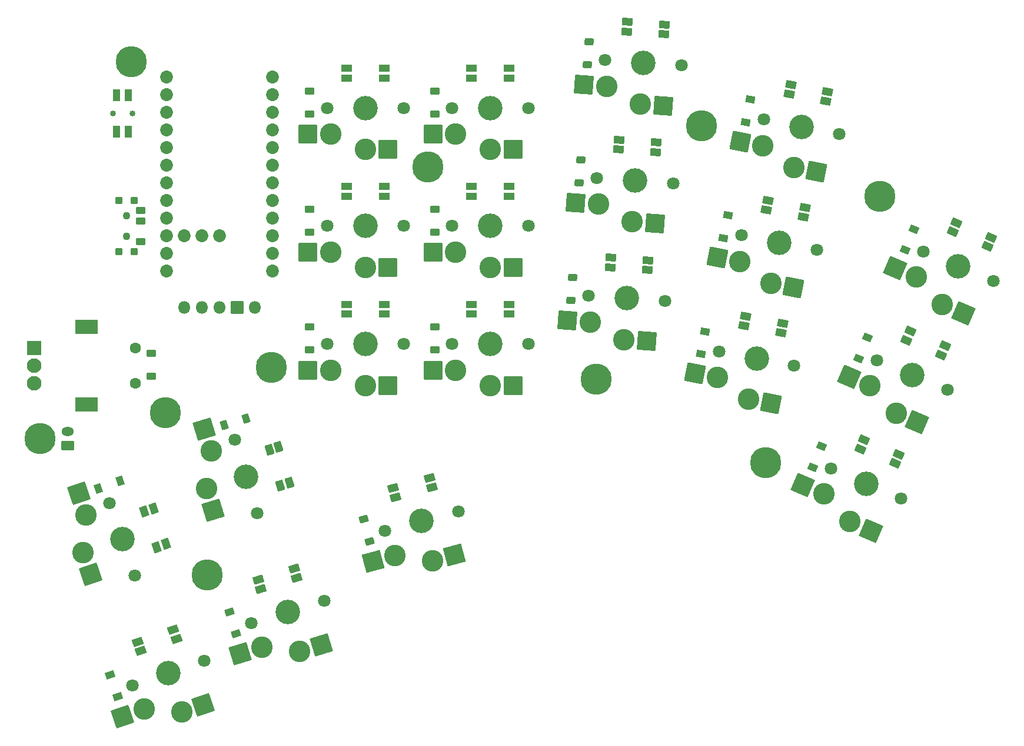
<source format=gbr>
%TF.GenerationSoftware,KiCad,Pcbnew,9.0.5*%
%TF.CreationDate,2025-11-08T17:14:02+10:00*%
%TF.ProjectId,badWingsRight,62616457-696e-4677-9352-696768742e6b,v1.0.0*%
%TF.SameCoordinates,Original*%
%TF.FileFunction,Soldermask,Bot*%
%TF.FilePolarity,Negative*%
%FSLAX46Y46*%
G04 Gerber Fmt 4.6, Leading zero omitted, Abs format (unit mm)*
G04 Created by KiCad (PCBNEW 9.0.5) date 2025-11-08 17:14:02*
%MOMM*%
%LPD*%
G01*
G04 APERTURE LIST*
G04 Aperture macros list*
%AMRoundRect*
0 Rectangle with rounded corners*
0 $1 Rounding radius*
0 $2 $3 $4 $5 $6 $7 $8 $9 X,Y pos of 4 corners*
0 Add a 4 corners polygon primitive as box body*
4,1,4,$2,$3,$4,$5,$6,$7,$8,$9,$2,$3,0*
0 Add four circle primitives for the rounded corners*
1,1,$1+$1,$2,$3*
1,1,$1+$1,$4,$5*
1,1,$1+$1,$6,$7*
1,1,$1+$1,$8,$9*
0 Add four rect primitives between the rounded corners*
20,1,$1+$1,$2,$3,$4,$5,0*
20,1,$1+$1,$4,$5,$6,$7,0*
20,1,$1+$1,$6,$7,$8,$9,0*
20,1,$1+$1,$8,$9,$2,$3,0*%
G04 Aperture macros list end*
%ADD10RoundRect,0.050000X0.450000X-0.450000X0.450000X0.450000X-0.450000X0.450000X-0.450000X-0.450000X0*%
%ADD11C,1.100000*%
%ADD12RoundRect,0.050000X0.625000X-0.450000X0.625000X0.450000X-0.625000X0.450000X-0.625000X-0.450000X0*%
%ADD13C,1.801800*%
%ADD14C,3.529000*%
%ADD15C,3.100000*%
%ADD16RoundRect,0.050000X1.387517X1.206150X-1.206150X1.387517X-1.387517X-1.206150X1.206150X-1.387517X0*%
%ADD17RoundRect,0.050000X1.300000X1.300000X-1.300000X1.300000X-1.300000X-1.300000X1.300000X-1.300000X0*%
%ADD18C,0.800000*%
%ADD19C,4.500000*%
%ADD20C,0.850000*%
%ADD21RoundRect,0.050000X0.500000X-0.775000X0.500000X0.775000X-0.500000X0.775000X-0.500000X-0.775000X0*%
%ADD22RoundRect,0.050000X1.704607X0.688706X-0.688706X1.704607X-1.704607X-0.688706X0.688706X-1.704607X0*%
%ADD23RoundRect,0.050000X1.524167X1.028064X-1.028064X1.524167X-1.524167X-1.028064X1.028064X-1.524167X0*%
%ADD24RoundRect,0.050000X0.863113X1.623279X-1.623279X0.863113X-0.863113X-1.623279X1.623279X-0.863113X0*%
%ADD25RoundRect,0.050000X0.919239X1.592168X-1.592168X0.919239X-0.919239X-1.592168X1.592168X-0.919239X0*%
%ADD26RoundRect,0.050000X-1.600000X-1.000000X1.600000X-1.000000X1.600000X1.000000X-1.600000X1.000000X0*%
%ADD27C,1.600000*%
%ADD28RoundRect,0.050000X-1.000000X-1.000000X1.000000X-1.000000X1.000000X1.000000X-1.000000X1.000000X0*%
%ADD29C,2.100000*%
%ADD30RoundRect,0.050000X1.652413X-0.805936X0.805936X1.652413X-1.652413X0.805936X-0.805936X-1.652413X0*%
%ADD31RoundRect,0.050000X1.623279X-0.863113X0.863113X1.623279X-1.623279X0.863113X-0.863113X-1.623279X0*%
%ADD32RoundRect,0.050000X0.850000X-0.600000X0.850000X0.600000X-0.850000X0.600000X-0.850000X-0.600000X0*%
%ADD33O,1.800000X1.300000*%
%ADD34O,1.800000X1.800000*%
%ADD35RoundRect,0.050000X-0.850000X-0.850000X0.850000X-0.850000X0.850000X0.850000X-0.850000X0.850000X0*%
%ADD36RoundRect,0.050000X0.805936X1.652413X-1.652413X0.805936X-0.805936X-1.652413X1.652413X-0.805936X0*%
%ADD37RoundRect,0.050000X-0.782544X-0.357247X0.591735X-0.624380X0.782544X0.357247X-0.591735X0.624380X0*%
%ADD38RoundRect,0.050000X-0.499079X-0.700657X0.824647X-0.244862X0.499079X0.700657X-0.824647X0.244862X0*%
%ADD39RoundRect,0.050000X-0.600000X0.450000X-0.600000X-0.450000X0.600000X-0.450000X0.600000X0.450000X0*%
%ADD40RoundRect,0.050000X-0.713817X0.230142X-0.420805X-0.620824X0.713817X-0.230142X0.420805X0.620824X0*%
%ADD41RoundRect,0.050000X-0.839719X-0.186741X0.448988X-0.733764X0.839719X0.186741X-0.448988X0.733764X0*%
%ADD42RoundRect,0.050000X-0.546739X-0.664136X0.805558X-0.301790X0.546739X0.664136X-0.805558X0.301790X0*%
%ADD43RoundRect,0.050000X-0.696024X0.279375X-0.463087X-0.589958X0.696024X-0.279375X0.463087X0.589958X0*%
%ADD44RoundRect,0.050000X-0.733173X-0.449952X0.663417X-0.547612X0.733173X0.449952X-0.663417X0.547612X0*%
%ADD45RoundRect,0.050000X-0.700000X-0.500000X0.700000X-0.500000X0.700000X0.500000X-0.700000X0.500000X0*%
%ADD46RoundRect,0.050000X-0.376474X0.648666X-0.728132X-0.179789X0.376474X-0.648666X0.728132X0.179789X0*%
%ADD47C,1.852600*%
%ADD48RoundRect,0.050000X-0.503112X0.556218X-0.674840X-0.327247X0.503112X-0.556218X0.674840X0.327247X0*%
%ADD49RoundRect,0.050000X-0.700657X0.499079X-0.244862X-0.824647X0.700657X-0.499079X0.244862X0.824647X0*%
%ADD50RoundRect,0.050000X-0.567148X0.490758X-0.629929X-0.407050X0.567148X-0.490758X0.629929X0.407050X0*%
%ADD51RoundRect,0.050000X-0.705350X0.254914X-0.442216X-0.605760X0.705350X-0.254914X0.442216X0.605760X0*%
%ADD52RoundRect,0.050000X0.230142X0.713817X-0.620824X0.420805X-0.230142X-0.713817X0.620824X-0.420805X0*%
%ADD53RoundRect,0.050000X-0.682813X0.523227X-0.273492X-0.815599X0.682813X-0.523227X0.273492X0.815599X0*%
%ADD54RoundRect,0.050000X-0.523227X-0.682813X0.815599X-0.273492X0.523227X0.682813X-0.815599X0.273492X0*%
%ADD55RoundRect,0.050000X0.254914X0.705350X-0.605760X0.442216X-0.254914X-0.705350X0.605760X-0.442216X0*%
G04 APERTURE END LIST*
D10*
%TO.C,T1*%
X223627691Y-150447714D03*
X225827683Y-150447712D03*
D11*
X224727690Y-148247709D03*
X224727684Y-145247715D03*
D10*
X223627691Y-143047712D03*
X225827683Y-143047710D03*
D12*
X226802687Y-148997712D03*
X226802687Y-145997712D03*
X226802690Y-144497708D03*
%TD*%
D13*
%TO.C,S7*%
X302193132Y-157545926D03*
D14*
X296706530Y-157162265D03*
D15*
X296291477Y-163097780D03*
X291457123Y-160554348D03*
D13*
X291219928Y-156778604D03*
D16*
X299558501Y-163326224D03*
X288190103Y-160325893D03*
%TD*%
D13*
%TO.C,S15*%
X264607683Y-129747692D03*
D14*
X259107683Y-129747692D03*
D15*
X259107681Y-135697701D03*
X254107683Y-133497692D03*
D13*
X253607683Y-129747692D03*
D17*
X262382683Y-135697692D03*
X250832685Y-133497690D03*
%TD*%
D18*
%TO.C,_82*%
X305817419Y-132237105D03*
X306380903Y-131106932D03*
X306218129Y-133434700D03*
X307578498Y-130706222D03*
D19*
X307463400Y-132352203D03*
D18*
X307348302Y-133998184D03*
X308708671Y-131269706D03*
X308545897Y-133597474D03*
X309109381Y-132467301D03*
%TD*%
%TO.C,_76*%
X234897051Y-196230907D03*
X235857334Y-195410748D03*
X234797969Y-197489869D03*
X237116296Y-195509830D03*
D19*
X236367212Y-196979991D03*
D18*
X235618128Y-198450152D03*
X237936455Y-196470113D03*
X236877090Y-198549234D03*
X237837373Y-197729075D03*
%TD*%
D20*
%TO.C,B1*%
X222812666Y-130547700D03*
X225562664Y-130547698D03*
D21*
X223337665Y-133172699D03*
X223337665Y-127922699D03*
X225037665Y-133172699D03*
X225037665Y-127922699D03*
%TD*%
D18*
%TO.C,_79*%
X266457672Y-138247704D03*
X266940946Y-137080978D03*
X266940946Y-139414430D03*
X268107672Y-136597704D03*
D19*
X268107672Y-138247704D03*
D18*
X268107672Y-139897704D03*
X269274398Y-137080978D03*
X269274398Y-139414430D03*
X269757672Y-138247704D03*
%TD*%
D13*
%TO.C,S1*%
X336201636Y-186004187D03*
D15*
X328814006Y-189332181D03*
D14*
X331138856Y-183855177D03*
D15*
X325071090Y-185353415D03*
D13*
X326076076Y-181706167D03*
D22*
X331828659Y-190611825D03*
X322056441Y-184073771D03*
%TD*%
D13*
%TO.C,S2*%
X342844062Y-170355602D03*
D15*
X335456432Y-173683596D03*
D14*
X337781282Y-168206592D03*
D15*
X331713516Y-169704830D03*
D13*
X332718502Y-166057582D03*
D22*
X338471085Y-174963240D03*
X328698867Y-168425186D03*
%TD*%
D13*
%TO.C,S4*%
X320789920Y-166890937D03*
D15*
X314255658Y-171682191D03*
D14*
X315390971Y-165841498D03*
D15*
X309767301Y-168568555D03*
D13*
X309992022Y-164792059D03*
D23*
X317470487Y-172307079D03*
X306552465Y-167943655D03*
%TD*%
D18*
%TO.C,_80*%
X210657663Y-177347700D03*
X211140937Y-176180974D03*
X211140937Y-178514426D03*
X212307663Y-175697700D03*
D19*
X212307663Y-177347700D03*
D18*
X212307663Y-178997700D03*
X213474389Y-176180974D03*
X213474389Y-178514426D03*
X213957663Y-177347700D03*
%TD*%
%TO.C,_83*%
X243957655Y-167147710D03*
X244440929Y-165980984D03*
X244440929Y-168314436D03*
X245607655Y-165497710D03*
D19*
X245607655Y-167147710D03*
D18*
X245607655Y-168797710D03*
X246774381Y-165980984D03*
X246774381Y-168314436D03*
X247257655Y-167147710D03*
%TD*%
D13*
%TO.C,S17*%
X253196954Y-200723014D03*
D14*
X247937278Y-202331058D03*
D15*
X249676891Y-208021079D03*
X244252146Y-207379061D03*
D13*
X242677602Y-203939102D03*
D24*
X252808788Y-207063554D03*
X241120250Y-208336577D03*
%TD*%
D13*
%TO.C,S8*%
X303378980Y-140587345D03*
D14*
X297892378Y-140203684D03*
D15*
X297477325Y-146139199D03*
X292642971Y-143595767D03*
D13*
X292405776Y-139820023D03*
D16*
X300744349Y-146367643D03*
X289375951Y-143367312D03*
%TD*%
D13*
%TO.C,S5*%
X324033670Y-150203272D03*
D15*
X317499408Y-154994526D03*
D14*
X318634721Y-149153833D03*
D15*
X313011051Y-151880890D03*
D13*
X313235772Y-148104394D03*
D23*
X320714237Y-155619414D03*
X309796215Y-151255990D03*
%TD*%
D13*
%TO.C,S13*%
X264607670Y-163747717D03*
D14*
X259107670Y-163747717D03*
D15*
X259107668Y-169697726D03*
X254107670Y-167497717D03*
D13*
X253607670Y-163747717D03*
D17*
X262382670Y-169697717D03*
X250832672Y-167497715D03*
%TD*%
D13*
%TO.C,S16*%
X272520268Y-187824214D03*
D15*
X268747652Y-194994978D03*
D14*
X267207675Y-189247713D03*
D15*
X263348614Y-194164032D03*
D13*
X261895082Y-190671212D03*
D25*
X271911057Y-194147342D03*
X260185208Y-195011660D03*
%TD*%
D26*
%TO.C,ROT1*%
X218987676Y-172457696D03*
X218987680Y-161257691D03*
D27*
X225987679Y-164357688D03*
X225987678Y-169357694D03*
D28*
X211487678Y-164357692D03*
D29*
X211487679Y-169357693D03*
X211487678Y-166857692D03*
%TD*%
D13*
%TO.C,S14*%
X264607687Y-146747691D03*
D14*
X259107687Y-146747691D03*
D15*
X259107685Y-152697700D03*
X254107687Y-150497691D03*
D13*
X253607687Y-146747691D03*
D17*
X262382687Y-152697691D03*
X250832689Y-150497689D03*
%TD*%
D13*
%TO.C,S10*%
X282607656Y-163747701D03*
D14*
X277107656Y-163747701D03*
D15*
X277107654Y-169697710D03*
X272107656Y-167497701D03*
D13*
X271607656Y-163747701D03*
D17*
X280382656Y-169697701D03*
X268832658Y-167497699D03*
%TD*%
D18*
%TO.C,_78*%
X331573196Y-142029662D03*
X332376471Y-141055212D03*
X331694236Y-143286703D03*
X333633512Y-140934172D03*
D19*
X333151099Y-142512075D03*
D18*
X332668686Y-144089978D03*
X334607962Y-141737447D03*
X333925727Y-143968938D03*
X334729002Y-142994488D03*
%TD*%
D13*
%TO.C,S20*%
X225910560Y-197049341D03*
D15*
X218494104Y-193786120D03*
D14*
X224119941Y-191848988D03*
D15*
X218946406Y-188342276D03*
D13*
X222329322Y-186648635D03*
D30*
X219560341Y-196882692D03*
X217880171Y-185245704D03*
%TD*%
D13*
%TO.C,S9*%
X304564859Y-123628760D03*
D14*
X299078257Y-123245099D03*
D15*
X298663204Y-129180614D03*
X293828850Y-126637182D03*
D13*
X293591655Y-122861438D03*
D16*
X301930228Y-129409058D03*
X290561830Y-126408727D03*
%TD*%
D18*
%TO.C,_81*%
X290639221Y-168667066D03*
X291202705Y-167536893D03*
X291039931Y-169864661D03*
X292400300Y-167136183D03*
D19*
X292285202Y-168782164D03*
D18*
X292170104Y-170428145D03*
X293530473Y-167699667D03*
X293367699Y-170027435D03*
X293931183Y-168897262D03*
%TD*%
D13*
%TO.C,S18*%
X243580939Y-188082097D03*
D14*
X241972895Y-182822421D03*
D15*
X236282874Y-184562034D03*
X236924892Y-179137289D03*
D13*
X240364851Y-177562745D03*
D31*
X237240399Y-187693931D03*
X235967376Y-176005393D03*
%TD*%
D13*
%TO.C,S11*%
X282607658Y-146747705D03*
D14*
X277107658Y-146747705D03*
D15*
X277107656Y-152697714D03*
X272107658Y-150497705D03*
D13*
X271607658Y-146747705D03*
D17*
X280382658Y-152697705D03*
X268832660Y-150497703D03*
%TD*%
D13*
%TO.C,S12*%
X282607658Y-129747718D03*
D14*
X277107658Y-129747718D03*
D15*
X277107656Y-135697727D03*
X272107658Y-133497718D03*
D13*
X271607658Y-129747718D03*
D17*
X280382658Y-135697718D03*
X268832660Y-133497716D03*
%TD*%
D18*
%TO.C,_77*%
X315147003Y-180365979D03*
X315950278Y-179391529D03*
X315268043Y-181623020D03*
X317207319Y-179270489D03*
D19*
X316724906Y-180848392D03*
D18*
X316242493Y-182426295D03*
X318181769Y-180073764D03*
X317499534Y-182305255D03*
X318302809Y-181330805D03*
%TD*%
D13*
%TO.C,S6*%
X327277438Y-133515606D03*
D15*
X320743176Y-138306860D03*
D14*
X321878489Y-132466167D03*
D15*
X316254819Y-135193224D03*
D13*
X316479540Y-131416728D03*
D23*
X323958005Y-138931748D03*
X313039983Y-134568324D03*
%TD*%
D32*
%TO.C,JST1*%
X216267672Y-178347704D03*
D33*
X216267674Y-176347700D03*
%TD*%
D34*
%TO.C,niceView1*%
X243187671Y-158447714D03*
D35*
X240647674Y-158447712D03*
D34*
X238107675Y-158447715D03*
X235567674Y-158447714D03*
X233027675Y-158447711D03*
%TD*%
D13*
%TO.C,S3*%
X349486491Y-154707006D03*
D15*
X342098861Y-158035000D03*
D14*
X344423711Y-152557996D03*
D15*
X338355945Y-154056234D03*
D13*
X339360931Y-150408986D03*
D22*
X345113514Y-159314644D03*
X335341296Y-152776590D03*
%TD*%
D18*
%TO.C,_85*%
X223797671Y-123047693D03*
X224280945Y-121880967D03*
X224280945Y-124214419D03*
X225447671Y-121397693D03*
D19*
X225447671Y-123047693D03*
D18*
X225447671Y-124697693D03*
X226614397Y-121880967D03*
X226614397Y-124214419D03*
X227097671Y-123047693D03*
%TD*%
%TO.C,_84*%
X228657677Y-173607707D03*
X229140951Y-172440981D03*
X229140951Y-174774433D03*
X230307677Y-171957707D03*
D19*
X230307677Y-173607707D03*
D18*
X230307677Y-175257707D03*
X231474403Y-172440981D03*
X231474403Y-174774433D03*
X231957677Y-173607707D03*
%TD*%
D13*
%TO.C,S19*%
X235961886Y-209346940D03*
D15*
X232698665Y-216763396D03*
D14*
X230761533Y-211137559D03*
D15*
X227254821Y-216311094D03*
D13*
X225561180Y-212928178D03*
D36*
X235795237Y-215697159D03*
X224158249Y-217377329D03*
%TD*%
D37*
%TO.C,LED5*%
X322105608Y-145448019D03*
X322372741Y-144073741D03*
X317071954Y-143043373D03*
X316804821Y-144417651D03*
%TD*%
D38*
%TO.C,LED19*%
X231914523Y-206192776D03*
X231458726Y-204869046D03*
X226352925Y-206627110D03*
X226808722Y-207950840D03*
%TD*%
D39*
%TO.C,D10*%
X269107664Y-161297698D03*
X269107664Y-164597698D03*
%TD*%
D40*
%TO.C,D19*%
X222399751Y-211425575D03*
X223474125Y-214545787D03*
%TD*%
D41*
%TO.C,LED2*%
X341946764Y-165303404D03*
X342493792Y-164014697D03*
X337523070Y-161904748D03*
X336976042Y-163193455D03*
%TD*%
D39*
%TO.C,D21*%
X228307682Y-165097714D03*
X228307682Y-168397714D03*
%TD*%
D42*
%TO.C,LED16*%
X268702736Y-184395402D03*
X268340385Y-183043103D03*
X263124382Y-184440724D03*
X263486733Y-185793023D03*
%TD*%
D43*
%TO.C,D16*%
X258846154Y-188951745D03*
X259700254Y-192139301D03*
%TD*%
D44*
%TO.C,LED7*%
X299699920Y-153061085D03*
X299797576Y-151664493D03*
X294410728Y-151287805D03*
X294313072Y-152684397D03*
%TD*%
D45*
%TO.C,LED10*%
X279807660Y-159447712D03*
X279807660Y-158047712D03*
X274407660Y-158047712D03*
X274407660Y-159447712D03*
%TD*%
D46*
%TO.C,D3*%
X338016959Y-147176914D03*
X336727547Y-150214580D03*
%TD*%
D47*
%TO.C,MCU1*%
X245727680Y-125277719D03*
X245727676Y-127817711D03*
X245727674Y-130357710D03*
X245727677Y-132897715D03*
X245727681Y-135437712D03*
X245727674Y-137977712D03*
X245727670Y-140517716D03*
X245727676Y-143057719D03*
X245727670Y-145597714D03*
X245727675Y-148137715D03*
X245727678Y-150677711D03*
X245727673Y-153217710D03*
X230487670Y-153217707D03*
X230487674Y-150677715D03*
X230487676Y-148137716D03*
X230487673Y-145597711D03*
X230487669Y-143057714D03*
X230487676Y-140517714D03*
X230487680Y-137977710D03*
X230487674Y-135437707D03*
X230487680Y-132897712D03*
X230487675Y-130357711D03*
X230487672Y-127817715D03*
X230487677Y-125277716D03*
X233027675Y-148137713D03*
X235567675Y-148137712D03*
X238107675Y-148137713D03*
%TD*%
D46*
%TO.C,D1*%
X324732096Y-178474088D03*
X323442684Y-181511754D03*
%TD*%
D41*
%TO.C,LED3*%
X348589218Y-149654820D03*
X349136246Y-148366113D03*
X344165524Y-146256164D03*
X343618496Y-147544871D03*
%TD*%
D39*
%TO.C,D12*%
X269107660Y-127297712D03*
X269107660Y-130597712D03*
%TD*%
D45*
%TO.C,LED14*%
X261807682Y-142447697D03*
X261807682Y-141047697D03*
X256407682Y-141047697D03*
X256407682Y-142447697D03*
%TD*%
%TO.C,LED15*%
X261807656Y-125447707D03*
X261807656Y-124047707D03*
X256407656Y-124047707D03*
X256407656Y-125447707D03*
%TD*%
D48*
%TO.C,D6*%
X314492955Y-128534704D03*
X313863285Y-131774074D03*
%TD*%
%TO.C,D5*%
X311249197Y-145222364D03*
X310619527Y-148461734D03*
%TD*%
D49*
%TO.C,LED20*%
X229064718Y-193001945D03*
X230388448Y-192546148D03*
X228630384Y-187440347D03*
X227306654Y-187896144D03*
%TD*%
D39*
%TO.C,D14*%
X251107678Y-144297696D03*
X251107678Y-147597696D03*
%TD*%
D50*
%TO.C,D9*%
X291268658Y-120243002D03*
X291038462Y-123534964D03*
%TD*%
D45*
%TO.C,LED12*%
X279807661Y-125447704D03*
X279807661Y-124047704D03*
X274407661Y-124047704D03*
X274407661Y-125447704D03*
%TD*%
D50*
%TO.C,D7*%
X288896921Y-154160176D03*
X288666725Y-157452138D03*
%TD*%
D51*
%TO.C,D17*%
X239570516Y-202327086D03*
X240535342Y-205482892D03*
%TD*%
D45*
%TO.C,LED13*%
X261807669Y-159447703D03*
X261807669Y-158047703D03*
X256407669Y-158047703D03*
X256407669Y-159447703D03*
%TD*%
D48*
%TO.C,D4*%
X308005446Y-161910024D03*
X307375776Y-165149394D03*
%TD*%
D52*
%TO.C,D20*%
X223831908Y-183487184D03*
X220711696Y-184561558D03*
%TD*%
D39*
%TO.C,D11*%
X269107671Y-144297691D03*
X269107671Y-147597691D03*
%TD*%
D46*
%TO.C,D2*%
X331374529Y-162825526D03*
X330085117Y-165863192D03*
%TD*%
D44*
%TO.C,LED8*%
X300885777Y-136102499D03*
X300983433Y-134705907D03*
X295596585Y-134329219D03*
X295498929Y-135725811D03*
%TD*%
D53*
%TO.C,LED18*%
X246874406Y-184147257D03*
X248213233Y-183737937D03*
X246634426Y-178573891D03*
X245295599Y-178983211D03*
%TD*%
D50*
%TO.C,D8*%
X290082790Y-137201592D03*
X289852594Y-140493554D03*
%TD*%
D44*
%TO.C,LED9*%
X302071628Y-119143914D03*
X302169284Y-117747322D03*
X296782436Y-117370634D03*
X296684780Y-118767226D03*
%TD*%
D37*
%TO.C,LED4*%
X318861843Y-162135667D03*
X319128976Y-160761389D03*
X313828189Y-159731021D03*
X313561056Y-161105299D03*
%TD*%
D45*
%TO.C,LED11*%
X279807678Y-142447704D03*
X279807678Y-141047704D03*
X274407678Y-141047704D03*
X274407678Y-142447704D03*
%TD*%
D41*
%TO.C,LED1*%
X335304346Y-180951977D03*
X335851374Y-179663270D03*
X330880652Y-177553321D03*
X330333624Y-178842028D03*
%TD*%
D37*
%TO.C,LED6*%
X325349363Y-128760348D03*
X325616496Y-127386070D03*
X320315709Y-126355702D03*
X320048576Y-127729980D03*
%TD*%
D39*
%TO.C,D15*%
X251107674Y-127297692D03*
X251107674Y-130597692D03*
%TD*%
D54*
%TO.C,LED17*%
X249262080Y-197429530D03*
X248852760Y-196090703D03*
X243688714Y-197669510D03*
X244098034Y-199008337D03*
%TD*%
D55*
%TO.C,D18*%
X241976849Y-174455687D03*
X238821043Y-175420513D03*
%TD*%
D39*
%TO.C,D13*%
X251107675Y-161297700D03*
X251107675Y-164597700D03*
%TD*%
M02*

</source>
